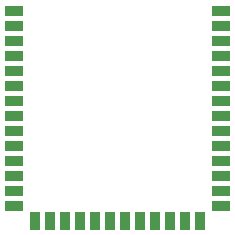
<source format=gbr>
%TF.GenerationSoftware,KiCad,Pcbnew,9.0.3*%
%TF.CreationDate,2025-11-03T00:46:14-05:00*%
%TF.ProjectId,JabChip,4a616243-6869-4702-9e6b-696361645f70,rev?*%
%TF.SameCoordinates,Original*%
%TF.FileFunction,Paste,Bot*%
%TF.FilePolarity,Positive*%
%FSLAX46Y46*%
G04 Gerber Fmt 4.6, Leading zero omitted, Abs format (unit mm)*
G04 Created by KiCad (PCBNEW 9.0.3) date 2025-11-03 00:46:14*
%MOMM*%
%LPD*%
G01*
G04 APERTURE LIST*
%ADD10R,1.500000X0.900000*%
%ADD11R,0.900000X1.500000*%
G04 APERTURE END LIST*
D10*
%TO.C,U4*%
X147383200Y-62659600D03*
X147383200Y-63929600D03*
X147383200Y-65199600D03*
X147383200Y-66469600D03*
X147383200Y-67739600D03*
X147383200Y-69009600D03*
X147383200Y-70279600D03*
X147383200Y-71549600D03*
X147383200Y-72819600D03*
X147383200Y-74089600D03*
X147383200Y-75359600D03*
X147383200Y-76629600D03*
X147383200Y-77899600D03*
X147383200Y-79169600D03*
D11*
X145618200Y-80419600D03*
X144348200Y-80419600D03*
X143078200Y-80419600D03*
X141808200Y-80419600D03*
X140538200Y-80419600D03*
X139268200Y-80419600D03*
X137998200Y-80419600D03*
X136728200Y-80419600D03*
X135458200Y-80419600D03*
X134188200Y-80419600D03*
X132918200Y-80419600D03*
X131648200Y-80419600D03*
D10*
X129883200Y-79169600D03*
X129883200Y-77899600D03*
X129883200Y-76629600D03*
X129883200Y-75359600D03*
X129883200Y-74089600D03*
X129883200Y-72819600D03*
X129883200Y-71549600D03*
X129883200Y-70279600D03*
X129883200Y-69009600D03*
X129883200Y-67739600D03*
X129883200Y-66469600D03*
X129883200Y-65199600D03*
X129883200Y-63929600D03*
X129883200Y-62659600D03*
%TD*%
M02*

</source>
